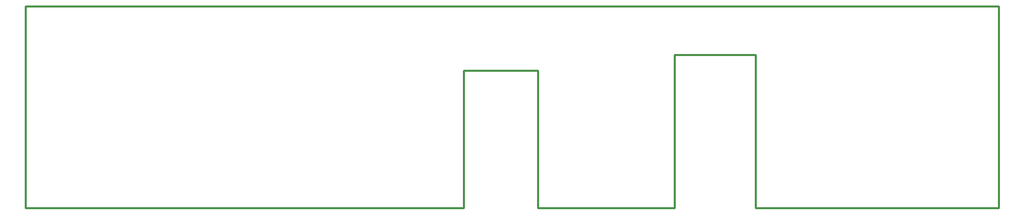
<source format=gm1>
%FSLAX25Y25*%
%MOIN*%
G70*
G01*
G75*
G04 Layer_Color=16711935*
%ADD10R,0.03150X0.05906*%
%ADD11R,0.07087X0.07874*%
%ADD12R,0.07087X0.03937*%
%ADD13R,0.02362X0.02362*%
%ADD14R,0.01654X0.05315*%
%ADD15R,0.05512X0.07480*%
%ADD16R,0.01200X0.01800*%
%ADD17R,0.02756X0.03347*%
%ADD18R,0.10236X0.10236*%
%ADD19R,0.01200X0.03400*%
%ADD20R,0.03400X0.01200*%
%ADD21O,0.02362X0.08661*%
%ADD22C,0.08000*%
%ADD23C,0.01500*%
%ADD24C,0.02000*%
%ADD25C,0.01000*%
%ADD26C,0.01200*%
%ADD27C,0.00800*%
%ADD28C,0.04000*%
%ADD29C,0.05000*%
%ADD30R,0.07218X0.03143*%
%ADD31R,0.03500X0.16700*%
%ADD32R,0.14100X0.03143*%
%ADD33R,0.13100X0.05000*%
%ADD34R,0.03800X0.29600*%
%ADD35R,0.05600X0.30100*%
%ADD36R,0.26100X0.04400*%
%ADD37R,0.18600X0.15300*%
%ADD38C,0.19685*%
%ADD39C,0.08661*%
%ADD40C,0.03228*%
%ADD41C,0.03000*%
%ADD42C,0.02000*%
%ADD43C,0.04000*%
%ADD44R,0.05315X0.02559*%
%ADD45R,0.02362X0.02362*%
%ADD46R,0.03347X0.02756*%
%ADD47R,0.05118X0.03937*%
%ADD48R,0.02559X0.05315*%
%ADD49C,0.03000*%
%ADD50R,0.12464X0.03143*%
%ADD51R,0.13939X0.02900*%
%ADD52R,0.02800X0.15100*%
%ADD53C,0.00600*%
%ADD54C,0.02362*%
%ADD55C,0.00984*%
%ADD56C,0.01969*%
%ADD57C,0.00500*%
%ADD58C,0.00787*%
%ADD59R,0.03950X0.06706*%
%ADD60R,0.07887X0.08674*%
%ADD61R,0.07887X0.04737*%
%ADD62R,0.03162X0.03162*%
%ADD63R,0.02454X0.06115*%
%ADD64R,0.06312X0.08280*%
%ADD65R,0.02000X0.02600*%
%ADD66R,0.03556X0.04147*%
%ADD67R,0.11236X0.11236*%
%ADD68R,0.02200X0.04400*%
%ADD69R,0.04400X0.02200*%
%ADD70O,0.03162X0.09461*%
%ADD71C,0.20485*%
%ADD72C,0.09461*%
%ADD73C,0.04028*%
%ADD74C,0.03800*%
%ADD75R,0.06115X0.03359*%
%ADD76R,0.03162X0.03162*%
%ADD77R,0.04147X0.03556*%
%ADD78R,0.05918X0.04737*%
%ADD79R,0.03359X0.06115*%
D25*
X354331Y-98425D02*
X472441D01*
X248700D02*
X314900D01*
X0D02*
Y0D01*
X472441D01*
X0Y-98425D02*
X212598D01*
X472441D02*
Y0D01*
X212598Y-98425D02*
Y-31496D01*
X212500D02*
X248700D01*
Y-98425D02*
Y-31496D01*
X354331Y-98425D02*
Y-23622D01*
X314900D02*
X354331D01*
X314900Y-98425D02*
Y-23622D01*
X354331Y-98425D02*
X472441D01*
X248700D02*
X314900D01*
X0D02*
Y0D01*
X472441D01*
X0Y-98425D02*
X212598D01*
X472441D02*
Y0D01*
X212598Y-98425D02*
Y-31496D01*
X212500D02*
X248700D01*
Y-98425D02*
Y-31496D01*
X354331Y-98425D02*
Y-23622D01*
X314900D02*
X354331D01*
X314900Y-98425D02*
Y-23622D01*
M02*

</source>
